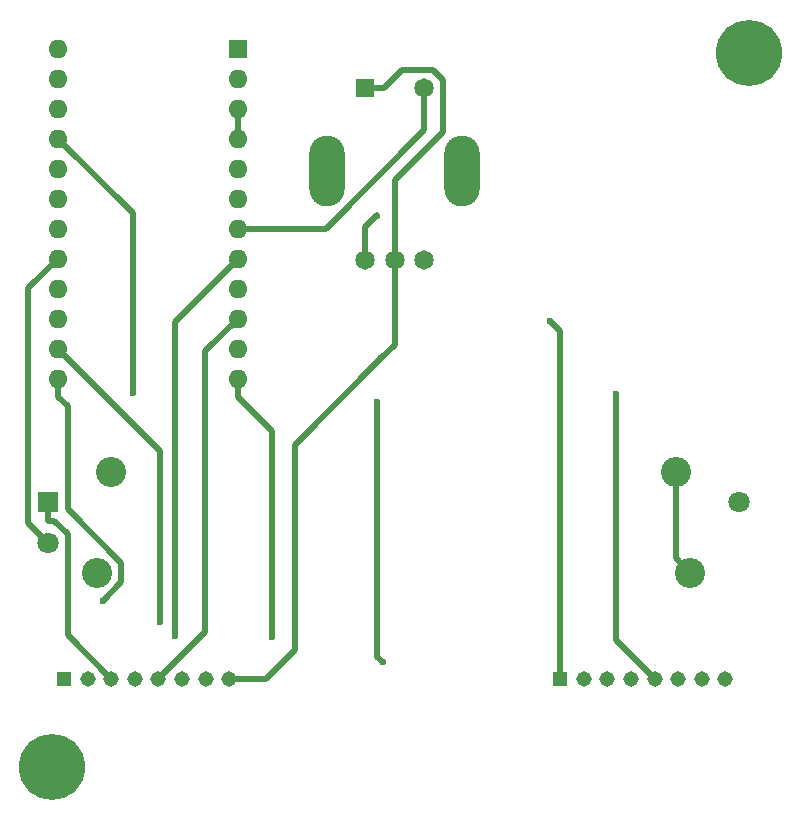
<source format=gbr>
%TF.GenerationSoftware,KiCad,Pcbnew,9.0.7*%
%TF.CreationDate,2026-01-21T12:24:24-06:00*%
%TF.ProjectId,FADETUBE_MIDI,46414445-5455-4424-955f-4d4944492e6b,rev?*%
%TF.SameCoordinates,Original*%
%TF.FileFunction,Copper,L2,Bot*%
%TF.FilePolarity,Positive*%
%FSLAX46Y46*%
G04 Gerber Fmt 4.6, Leading zero omitted, Abs format (unit mm)*
G04 Created by KiCad (PCBNEW 9.0.7) date 2026-01-21 12:24:24*
%MOMM*%
%LPD*%
G01*
G04 APERTURE LIST*
%TA.AperFunction,ComponentPad*%
%ADD10R,1.308000X1.308000*%
%TD*%
%TA.AperFunction,ComponentPad*%
%ADD11C,1.308000*%
%TD*%
%TA.AperFunction,ComponentPad*%
%ADD12R,1.600000X1.600000*%
%TD*%
%TA.AperFunction,ComponentPad*%
%ADD13O,1.600000X1.600000*%
%TD*%
%TA.AperFunction,ComponentPad*%
%ADD14C,5.600000*%
%TD*%
%TA.AperFunction,ComponentPad*%
%ADD15R,1.800000X1.800000*%
%TD*%
%TA.AperFunction,ComponentPad*%
%ADD16C,1.800000*%
%TD*%
%TA.AperFunction,ComponentPad*%
%ADD17C,2.550000*%
%TD*%
%TA.AperFunction,ComponentPad*%
%ADD18R,1.650000X1.650000*%
%TD*%
%TA.AperFunction,ComponentPad*%
%ADD19C,1.650000*%
%TD*%
%TA.AperFunction,ComponentPad*%
%ADD20O,3.000000X6.000000*%
%TD*%
%TA.AperFunction,ViaPad*%
%ADD21C,0.600000*%
%TD*%
%TA.AperFunction,Conductor*%
%ADD22C,0.500000*%
%TD*%
G04 APERTURE END LIST*
D10*
%TO.P,J2_DECK_B1,1,1*%
%TO.N,Net-(ArduinoProMicroATmega32U4USBC-1-~D6{slash}A7)*%
X164000000Y-143050000D03*
D11*
%TO.P,J2_DECK_B1,2,2*%
%TO.N,Net-(J2_DECK_B1-Pad2)*%
X166000000Y-143050000D03*
%TO.P,J2_DECK_B1,3,3*%
%TO.N,GND*%
X168000000Y-143050000D03*
%TO.P,J2_DECK_B1,4,4*%
X170000000Y-143050000D03*
%TO.P,J2_DECK_B1,5,5*%
%TO.N,Net-(ArduinoProMicroATmega32U4USBC-1-D8{slash}A8)*%
X172000000Y-143050000D03*
%TO.P,J2_DECK_B1,6,6*%
%TO.N,Net-(J2_DECK_B1-Pad6)*%
X174000000Y-143050000D03*
%TO.P,J2_DECK_B1,7,7*%
%TO.N,GND*%
X176000000Y-143050000D03*
%TO.P,J2_DECK_B1,8,8*%
X178000000Y-143050000D03*
%TD*%
D12*
%TO.P,ArduinoProMicroATmega32U4USBC-1,1,D1/TX*%
%TO.N,unconnected-(ArduinoProMicroATmega32U4USBC-1-D1{slash}TX-Pad1)*%
X136740000Y-89640000D03*
D13*
%TO.P,ArduinoProMicroATmega32U4USBC-1,2,D0/RX*%
%TO.N,unconnected-(ArduinoProMicroATmega32U4USBC-1-D0{slash}RX-Pad2)*%
X136740000Y-92180000D03*
%TO.P,ArduinoProMicroATmega32U4USBC-1,3,GND*%
%TO.N,GND*%
X136740000Y-94720000D03*
%TO.P,ArduinoProMicroATmega32U4USBC-1,4,GND*%
X136740000Y-97260000D03*
%TO.P,ArduinoProMicroATmega32U4USBC-1,5,D2*%
%TO.N,Net-(ArduinoProMicroATmega32U4USBC-1-D2)*%
X136740000Y-99800000D03*
%TO.P,ArduinoProMicroATmega32U4USBC-1,6,~D3*%
%TO.N,Net-(ArduinoProMicroATmega32U4USBC-1-~D3)*%
X136740000Y-102340000D03*
%TO.P,ArduinoProMicroATmega32U4USBC-1,7,D4/A6*%
%TO.N,Net-(ArduinoProMicroATmega32U4USBC-1-D4{slash}A6)*%
X136740000Y-104880000D03*
%TO.P,ArduinoProMicroATmega32U4USBC-1,8,~D5*%
%TO.N,Net-(ArduinoProMicroATmega32U4USBC-1-~D5)*%
X136740000Y-107420000D03*
%TO.P,ArduinoProMicroATmega32U4USBC-1,9,~D6/A7*%
%TO.N,Net-(ArduinoProMicroATmega32U4USBC-1-~D6{slash}A7)*%
X136740000Y-109960000D03*
%TO.P,ArduinoProMicroATmega32U4USBC-1,10,D7*%
%TO.N,Net-(ArduinoProMicroATmega32U4USBC-1-D7)*%
X136740000Y-112500000D03*
%TO.P,ArduinoProMicroATmega32U4USBC-1,11,D8/A8*%
%TO.N,Net-(ArduinoProMicroATmega32U4USBC-1-D8{slash}A8)*%
X136740000Y-115040000D03*
%TO.P,ArduinoProMicroATmega32U4USBC-1,12,~D9/A9*%
%TO.N,Net-(ArduinoProMicroATmega32U4USBC-1-~D9{slash}A9)*%
X136740000Y-117580000D03*
%TO.P,ArduinoProMicroATmega32U4USBC-1,13,~D10/A10*%
%TO.N,Net-(ArduinoProMicroATmega32U4USBC-1-~D10{slash}A10)*%
X121500000Y-117580000D03*
%TO.P,ArduinoProMicroATmega32U4USBC-1,14,D16*%
%TO.N,Net-(ArduinoProMicroATmega32U4USBC-1-D16)*%
X121500000Y-115040000D03*
%TO.P,ArduinoProMicroATmega32U4USBC-1,15,D14*%
%TO.N,Net-(ArduinoProMicroATmega32U4USBC-1-D14)*%
X121500000Y-112500000D03*
%TO.P,ArduinoProMicroATmega32U4USBC-1,16,D15*%
%TO.N,unconnected-(ArduinoProMicroATmega32U4USBC-1-D15-Pad16)*%
X121500000Y-109960000D03*
%TO.P,ArduinoProMicroATmega32U4USBC-1,17,D18/A0*%
%TO.N,Net-(ArduinoProMicroATmega32U4USBC-1-D18{slash}A0)*%
X121500000Y-107420000D03*
%TO.P,ArduinoProMicroATmega32U4USBC-1,18,D19/A1*%
%TO.N,unconnected-(ArduinoProMicroATmega32U4USBC-1-D19{slash}A1-Pad18)*%
X121500000Y-104880000D03*
%TO.P,ArduinoProMicroATmega32U4USBC-1,19,D20/A2*%
%TO.N,unconnected-(ArduinoProMicroATmega32U4USBC-1-D20{slash}A2-Pad19)*%
X121500000Y-102340000D03*
%TO.P,ArduinoProMicroATmega32U4USBC-1,20,D21/A3*%
%TO.N,unconnected-(ArduinoProMicroATmega32U4USBC-1-D21{slash}A3-Pad20)*%
X121500000Y-99800000D03*
%TO.P,ArduinoProMicroATmega32U4USBC-1,21,VCC*%
%TO.N,Net-(ArduinoProMicroATmega32U4USBC-1-VCC)*%
X121500000Y-97260000D03*
%TO.P,ArduinoProMicroATmega32U4USBC-1,22,RST*%
%TO.N,unconnected-(ArduinoProMicroATmega32U4USBC-1-RST-Pad22)*%
X121500000Y-94720000D03*
%TO.P,ArduinoProMicroATmega32U4USBC-1,23,GND*%
%TO.N,unconnected-(ArduinoProMicroATmega32U4USBC-1-GND-Pad23)*%
X121500000Y-92180000D03*
%TO.P,ArduinoProMicroATmega32U4USBC-1,24,RAW*%
%TO.N,unconnected-(ArduinoProMicroATmega32U4USBC-1-RAW-Pad24)*%
X121500000Y-89640000D03*
%TD*%
D10*
%TO.P,J1_DECK_A1,1,1*%
%TO.N,Net-(ArduinoProMicroATmega32U4USBC-1-~D5)*%
X122000000Y-143000000D03*
D11*
%TO.P,J1_DECK_A1,2,2*%
%TO.N,Net-(J1_DECK_A1-Pad2)*%
X124000000Y-143000000D03*
%TO.P,J1_DECK_A1,3,3*%
%TO.N,GND*%
X126000000Y-143000000D03*
%TO.P,J1_DECK_A1,4,4*%
X128000000Y-143000000D03*
%TO.P,J1_DECK_A1,5,5*%
%TO.N,Net-(ArduinoProMicroATmega32U4USBC-1-D7)*%
X130000000Y-143000000D03*
%TO.P,J1_DECK_A1,6,6*%
%TO.N,Net-(J1_DECK_A1-Pad6)*%
X132000000Y-143000000D03*
%TO.P,J1_DECK_A1,7,7*%
%TO.N,GND*%
X134000000Y-143000000D03*
%TO.P,J1_DECK_A1,8,8*%
X136000000Y-143000000D03*
%TD*%
D14*
%TO.P,MH1,1*%
%TO.N,N/C*%
X180000000Y-90000000D03*
%TD*%
%TO.P,MH2,1*%
%TO.N,N/C*%
X121000000Y-150500000D03*
%TD*%
D15*
%TO.P,FADER1,1*%
%TO.N,GND*%
X120650000Y-128000000D03*
D16*
%TO.P,FADER1,2*%
%TO.N,Net-(ArduinoProMicroATmega32U4USBC-1-D18{slash}A0)*%
X120650000Y-131500000D03*
%TO.P,FADER1,3*%
%TO.N,Net-(ArduinoProMicroATmega32U4USBC-1-VCC)*%
X179150000Y-128000000D03*
D17*
%TO.P,FADER1,SH1,SHIELD*%
%TO.N,Net-(FADER1-SHIELD-PadSH1)*%
X126000000Y-125500000D03*
%TO.P,FADER1,SH2,SHIELD*%
X124800000Y-134000000D03*
%TO.P,FADER1,SH3,SHIELD*%
X173800000Y-125500000D03*
%TO.P,FADER1,SH4,SHIELD*%
X175000000Y-134000000D03*
%TD*%
D18*
%TO.P,ROTARY_ENCODER_BTN1,1*%
%TO.N,GND*%
X147500000Y-93000000D03*
D19*
%TO.P,ROTARY_ENCODER_BTN1,2*%
%TO.N,Net-(ArduinoProMicroATmega32U4USBC-1-D4{slash}A6)*%
X152500000Y-93000000D03*
%TO.P,ROTARY_ENCODER_BTN1,A,A*%
%TO.N,Net-(ArduinoProMicroATmega32U4USBC-1-D2)*%
X147500000Y-107500000D03*
%TO.P,ROTARY_ENCODER_BTN1,B,B*%
%TO.N,Net-(ArduinoProMicroATmega32U4USBC-1-~D3)*%
X152500000Y-107500000D03*
%TO.P,ROTARY_ENCODER_BTN1,C,COM*%
%TO.N,GND*%
X150000000Y-107500000D03*
D20*
%TO.P,ROTARY_ENCODER_BTN1,SH1,SHIELD*%
%TO.N,Net-(ROTARY_ENCODER_BTN1-SHIELD-PadSH1)*%
X144300000Y-100000000D03*
%TO.P,ROTARY_ENCODER_BTN1,SH2,SHIELD*%
X155700000Y-100000000D03*
%TD*%
D21*
%TO.N,Net-(ArduinoProMicroATmega32U4USBC-1-D8{slash}A8)*%
X168699400Y-118850600D03*
%TO.N,Net-(ArduinoProMicroATmega32U4USBC-1-VCC)*%
X127807700Y-118792300D03*
%TO.N,Net-(ArduinoProMicroATmega32U4USBC-1-~D10{slash}A10)*%
X125268400Y-136412500D03*
%TO.N,Net-(ArduinoProMicroATmega32U4USBC-1-~D9{slash}A9)*%
X139650000Y-139459500D03*
%TO.N,Net-(ArduinoProMicroATmega32U4USBC-1-~D6{slash}A7)*%
X163162500Y-112687500D03*
%TO.N,Net-(ArduinoProMicroATmega32U4USBC-1-~D5)*%
X131397400Y-139375000D03*
%TO.N,Net-(ArduinoProMicroATmega32U4USBC-1-D16)*%
X130131300Y-138194100D03*
%TO.N,Net-(ArduinoProMicroATmega32U4USBC-1-D2)*%
X148468800Y-103802300D03*
%TO.N,Net-(ArduinoProMicroATmega32U4USBC-1-D14)*%
X148537500Y-119550300D03*
X149000000Y-141610700D03*
%TO.N,GND*%
X148867500Y-115872700D03*
%TD*%
D22*
%TO.N,Net-(ArduinoProMicroATmega32U4USBC-1-D8{slash}A8)*%
X168699400Y-139749400D02*
X172000000Y-143050000D01*
X168699400Y-118850600D02*
X168699400Y-139749400D01*
%TO.N,Net-(ArduinoProMicroATmega32U4USBC-1-VCC)*%
X127807700Y-103567700D02*
X121500000Y-97260000D01*
X127807700Y-118792300D02*
X127807700Y-103567700D01*
%TO.N,Net-(ArduinoProMicroATmega32U4USBC-1-~D10{slash}A10)*%
X121500000Y-117580000D02*
X121500000Y-119131700D01*
X122301700Y-119933400D02*
X121500000Y-119131700D01*
X122301700Y-128633200D02*
X122301700Y-119933400D01*
X126862200Y-133193700D02*
X122301700Y-128633200D01*
X126862200Y-134818700D02*
X126862200Y-133193700D01*
X125268400Y-136412500D02*
X126862200Y-134818700D01*
%TO.N,Net-(ArduinoProMicroATmega32U4USBC-1-~D9{slash}A9)*%
X139650000Y-122041700D02*
X136740000Y-119131700D01*
X139650000Y-139459500D02*
X139650000Y-122041700D01*
X136740000Y-117580000D02*
X136740000Y-119131700D01*
%TO.N,Net-(ArduinoProMicroATmega32U4USBC-1-~D6{slash}A7)*%
X164000000Y-113525000D02*
X163162500Y-112687500D01*
X164000000Y-143050000D02*
X164000000Y-113525000D01*
%TO.N,Net-(ArduinoProMicroATmega32U4USBC-1-~D5)*%
X131397400Y-112762600D02*
X136740000Y-107420000D01*
X131397400Y-139375000D02*
X131397400Y-112762600D01*
%TO.N,Net-(ArduinoProMicroATmega32U4USBC-1-D4{slash}A6)*%
X152500000Y-96560800D02*
X152500000Y-93000000D01*
X144180800Y-104880000D02*
X152500000Y-96560800D01*
X136740000Y-104880000D02*
X144180800Y-104880000D01*
%TO.N,Net-(ArduinoProMicroATmega32U4USBC-1-D7)*%
X133976800Y-115263200D02*
X136740000Y-112500000D01*
X133976800Y-139023200D02*
X133976800Y-115263200D01*
X130000000Y-143000000D02*
X133976800Y-139023200D01*
%TO.N,Net-(ArduinoProMicroATmega32U4USBC-1-D16)*%
X130131300Y-123671300D02*
X121500000Y-115040000D01*
X130131300Y-138194100D02*
X130131300Y-123671300D01*
%TO.N,Net-(ArduinoProMicroATmega32U4USBC-1-D18{slash}A0)*%
X118969500Y-109950500D02*
X121500000Y-107420000D01*
X118969500Y-129819500D02*
X118969500Y-109950500D01*
X120650000Y-131500000D02*
X118969500Y-129819500D01*
%TO.N,Net-(ArduinoProMicroATmega32U4USBC-1-D2)*%
X147500000Y-104771100D02*
X148537500Y-103733600D01*
X147500000Y-107500000D02*
X147500000Y-104771100D01*
X148537500Y-103733600D02*
X148468800Y-103802300D01*
X148468800Y-103802300D02*
X148537500Y-103802300D01*
X148537500Y-103802300D02*
X148468800Y-103802300D01*
%TO.N,Net-(ArduinoProMicroATmega32U4USBC-1-D14)*%
X148537500Y-141148200D02*
X149000000Y-141610700D01*
X148537500Y-119550300D02*
X148537500Y-141148200D01*
X148537500Y-119550300D02*
X148537500Y-119975300D01*
X148537500Y-119975300D02*
X148537500Y-119550300D01*
X148537500Y-119550300D02*
X148539100Y-119550300D01*
X148539100Y-119550300D02*
X148537500Y-119550300D01*
%TO.N,GND*%
X120650000Y-128000000D02*
X120650000Y-129651700D01*
X136740000Y-94720000D02*
X136740000Y-97260000D01*
X150653400Y-91423300D02*
X149076700Y-93000000D01*
X153223100Y-91423300D02*
X150653400Y-91423300D01*
X154119700Y-92319900D02*
X153223100Y-91423300D01*
X154119700Y-96666200D02*
X154119700Y-92319900D01*
X150000000Y-100785900D02*
X154119700Y-96666200D01*
X150000000Y-107500000D02*
X150000000Y-100785900D01*
X147500000Y-93000000D02*
X149076700Y-93000000D01*
X150000000Y-114740200D02*
X148867500Y-115872700D01*
X150000000Y-107500000D02*
X150000000Y-114740200D01*
X139111300Y-143000000D02*
X136000000Y-143000000D01*
X141569900Y-140541400D02*
X139111300Y-143000000D01*
X141569900Y-123170300D02*
X141569900Y-140541400D01*
X148867500Y-115872700D02*
X141569900Y-123170300D01*
X121198400Y-129651700D02*
X120650000Y-129651700D01*
X122301900Y-130755200D02*
X121198400Y-129651700D01*
X122301900Y-139301900D02*
X122301900Y-130755200D01*
X126000000Y-143000000D02*
X122301900Y-139301900D01*
%TO.N,Net-(FADER1-SHIELD-PadSH1)*%
X173800000Y-132800000D02*
X173800000Y-125500000D01*
X175000000Y-134000000D02*
X173800000Y-132800000D01*
%TD*%
M02*

</source>
